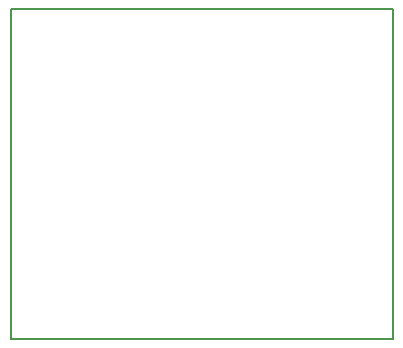
<source format=gbr>
G04 #@! TF.FileFunction,Profile,NP*
%FSLAX46Y46*%
G04 Gerber Fmt 4.6, Leading zero omitted, Abs format (unit mm)*
G04 Created by KiCad (PCBNEW 4.0.7) date 02/07/19 19:23:19*
%MOMM*%
%LPD*%
G01*
G04 APERTURE LIST*
%ADD10C,0.100000*%
%ADD11C,0.150000*%
G04 APERTURE END LIST*
D10*
D11*
X135255000Y-73660000D02*
X135255000Y-74930000D01*
X167640000Y-73660000D02*
X135255000Y-73660000D01*
X167640000Y-101600000D02*
X167640000Y-73660000D01*
X135255000Y-101600000D02*
X167640000Y-101600000D01*
X135255000Y-74930000D02*
X135255000Y-101600000D01*
M02*

</source>
